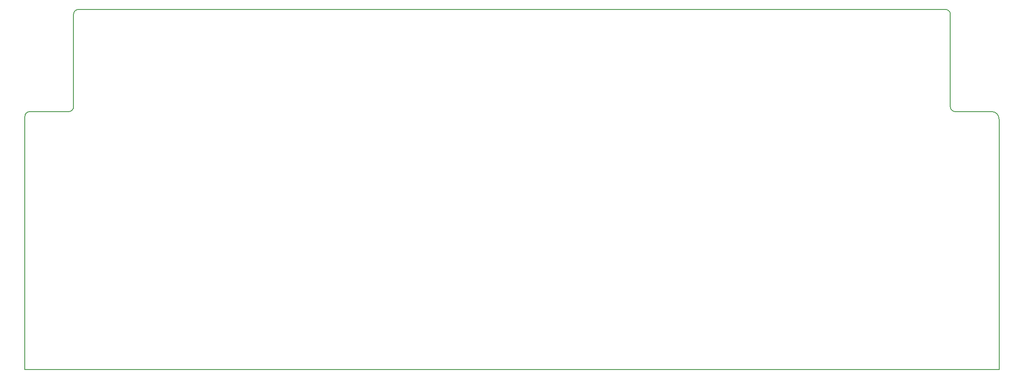
<source format=gbr>
G04 #@! TF.GenerationSoftware,KiCad,Pcbnew,(5.0.1)-3*
G04 #@! TF.CreationDate,2019-04-12T13:23:05-05:00*
G04 #@! TF.ProjectId,Vending_driveV2,56656E64696E675F647269766556322E,V1.0*
G04 #@! TF.SameCoordinates,Original*
G04 #@! TF.FileFunction,Profile,NP*
%FSLAX46Y46*%
G04 Gerber Fmt 4.6, Leading zero omitted, Abs format (unit mm)*
G04 Created by KiCad (PCBNEW (5.0.1)-3) date 12/04/2019 13:23:05*
%MOMM*%
%LPD*%
G01*
G04 APERTURE LIST*
%ADD10C,0.200000*%
G04 APERTURE END LIST*
D10*
X43000000Y-60000000D02*
X43000000Y-79000000D01*
X223000000Y-60000000D02*
X223000000Y-79000000D01*
X224000000Y-80000000D02*
X231500000Y-80000000D01*
X224000000Y-80000000D02*
G75*
G02X223000000Y-79000000I0J1000000D01*
G01*
X34000000Y-80000000D02*
X42000000Y-80000000D01*
X43000000Y-79000000D02*
G75*
G02X42000000Y-80000000I-1000000J0D01*
G01*
X222000000Y-59000000D02*
X44000000Y-59000000D01*
X222000000Y-59000000D02*
G75*
G02X223000000Y-60000000I0J-1000000D01*
G01*
X43000000Y-60000000D02*
G75*
G02X44000000Y-59000000I1000000J0D01*
G01*
X33000000Y-93000000D02*
X33000000Y-81000000D01*
X33000000Y-81000000D02*
G75*
G02X34000000Y-80000000I1000000J0D01*
G01*
X233000000Y-81500000D02*
X233000000Y-93000000D01*
X233000000Y-93000000D02*
X233000000Y-133000000D01*
X33000000Y-133000000D02*
X233000000Y-133000000D01*
X231500000Y-80000000D02*
G75*
G02X233000000Y-81500000I0J-1500000D01*
G01*
X33000000Y-93000000D02*
X33000000Y-133000000D01*
M02*

</source>
